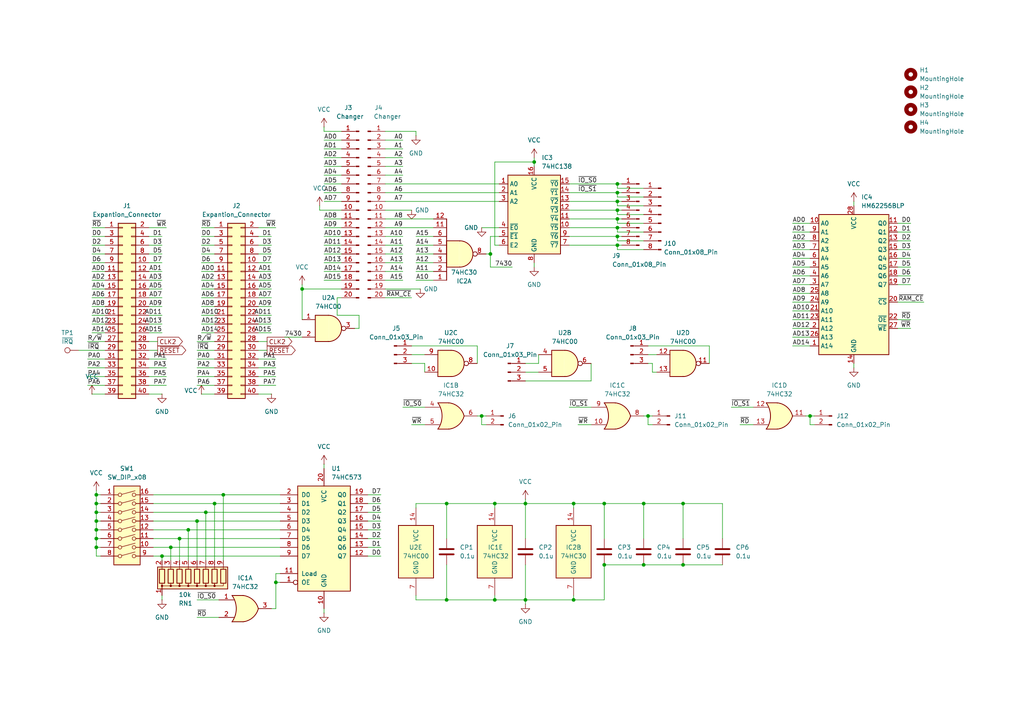
<source format=kicad_sch>
(kicad_sch (version 20250114) (generator "eeschema") (generator_version "9.0")
  (paper "A4")
  (title_block (title "HCx series memory board") (date "2025-11-04") (rev "Rev2.0"))
  (junction (at 129.54 173.99))
  (junction (at 166.37 173.99))
  (junction (at 198.12 146.05))
  (junction (at 175.26 163.83))
  (junction (at 179.07 53.34))
  (junction (at 27.94 146.05))
  (junction (at 179.07 55.88))
  (junction (at 27.94 153.67))
  (junction (at 175.26 146.05))
  (junction (at 52.07 156.21))
  (junction (at 179.07 60.96))
  (junction (at 27.94 143.51))
  (junction (at 152.4 173.99))
  (junction (at 27.94 151.13))
  (junction (at 143.51 173.99))
  (junction (at 142.24 73.66))
  (junction (at 179.07 63.5))
  (junction (at 186.69 163.83))
  (junction (at 57.15 151.13))
  (junction (at 152.4 146.05))
  (junction (at 49.53 158.75))
  (junction (at 179.07 71.12))
  (junction (at 54.61 153.67))
  (junction (at 139.7 120.65))
  (junction (at 234.95 120.65))
  (junction (at 187.96 120.65))
  (junction (at 179.07 66.04))
  (junction (at 87.63 83.82))
  (junction (at 186.69 146.05))
  (junction (at 143.51 146.05))
  (junction (at 129.54 146.05))
  (junction (at 179.07 58.42))
  (junction (at 198.12 163.83))
  (junction (at 179.07 68.58))
  (junction (at 154.94 46.99))
  (junction (at 46.99 161.29))
  (junction (at 64.77 143.51))
  (junction (at 27.94 158.75))
  (junction (at 59.69 148.59))
  (junction (at 62.23 146.05))
  (junction (at 80.01 168.91))
  (junction (at 27.94 156.21))
  (junction (at 166.37 146.05))
  (junction (at 27.94 148.59))
  (wire (pts (xy 229.87 72.39) (xy 234.95 72.39)))
  (wire (pts (xy 57.15 151.13) (xy 57.15 162.56)))
  (wire (pts (xy 142.24 68.58) (xy 144.78 68.58)))
  (wire (pts (xy 106.68 143.51) (xy 110.49 143.51)))
  (wire (pts (xy 92.71 60.96) (xy 99.06 60.96)))
  (wire (pts (xy 99.06 71.12) (xy 93.98 71.12)))
  (wire (pts (xy 57.15 173.99) (xy 63.5 173.99)))
  (wire (pts (xy 165.1 66.04) (xy 179.07 66.04)))
  (wire (pts (xy 82.55 97.79) (xy 87.63 97.79)))
  (wire (pts (xy 54.61 153.67) (xy 81.28 153.67)))
  (wire (pts (xy 138.43 120.65) (xy 139.7 120.65)))
  (wire (pts (xy 49.53 158.75) (xy 49.53 162.56)))
  (wire (pts (xy 27.94 148.59) (xy 27.94 151.13)))
  (wire (pts (xy 93.98 38.1) (xy 99.06 38.1)))
  (wire (pts (xy 175.26 173.99) (xy 175.26 163.83)))
  (wire (pts (xy 154.94 76.2) (xy 154.94 77.47)))
  (wire (pts (xy 106.68 146.05) (xy 110.49 146.05)))
  (wire (pts (xy 29.21 143.51) (xy 27.94 143.51)))
  (wire (pts (xy 62.23 104.14) (xy 57.15 104.14)))
  (wire (pts (xy 43.18 106.68) (xy 48.26 106.68)))
  (wire (pts (xy 186.69 163.83) (xy 198.12 163.83)))
  (wire (pts (xy 92.71 59.69) (xy 92.71 60.96)))
  (wire (pts (xy 62.23 111.76) (xy 57.15 111.76)))
  (wire (pts (xy 106.68 148.59) (xy 110.49 148.59)))
  (wire (pts (xy 74.93 81.28) (xy 78.74 81.28)))
  (wire (pts (xy 93.98 45.72) (xy 99.06 45.72)))
  (wire (pts (xy 93.98 43.18) (xy 99.06 43.18)))
  (wire (pts (xy 30.48 73.66) (xy 26.67 73.66)))
  (wire (pts (xy 43.18 109.22) (xy 48.26 109.22)))
  (wire (pts (xy 99.06 81.28) (xy 93.98 81.28)))
  (wire (pts (xy 99.06 50.8) (xy 93.98 50.8)))
  (wire (pts (xy 46.99 161.29) (xy 81.28 161.29)))
  (wire (pts (xy 111.76 76.2) (xy 116.84 76.2)))
  (wire (pts (xy 43.18 73.66) (xy 46.99 73.66)))
  (wire (pts (xy 156.21 105.41) (xy 156.21 102.87)))
  (wire (pts (xy 260.35 87.63) (xy 267.97 87.63)))
  (wire (pts (xy 179.07 60.96) (xy 179.07 62.23)))
  (wire (pts (xy 152.4 110.49) (xy 171.45 110.49)))
  (wire (pts (xy 120.65 173.99) (xy 129.54 173.99)))
  (wire (pts (xy 111.76 78.74) (xy 116.84 78.74)))
  (wire (pts (xy 80.01 166.37) (xy 80.01 168.91)))
  (wire (pts (xy 62.23 76.2) (xy 58.42 76.2)))
  (wire (pts (xy 44.45 148.59) (xy 59.69 148.59)))
  (wire (pts (xy 148.59 77.47) (xy 142.24 77.47)))
  (wire (pts (xy 43.18 71.12) (xy 46.99 71.12)))
  (wire (pts (xy 57.15 179.07) (xy 63.5 179.07)))
  (wire (pts (xy 120.65 146.05) (xy 129.54 146.05)))
  (wire (pts (xy 46.99 161.29) (xy 46.99 162.56)))
  (wire (pts (xy 234.95 90.17) (xy 229.87 90.17)))
  (wire (pts (xy 43.18 76.2) (xy 46.99 76.2)))
  (wire (pts (xy 58.42 114.3) (xy 62.23 114.3)))
  (wire (pts (xy 74.93 96.52) (xy 78.74 96.52)))
  (wire (pts (xy 152.4 146.05) (xy 166.37 146.05)))
  (wire (pts (xy 187.96 120.65) (xy 189.23 120.65)))
  (wire (pts (xy 111.76 68.58) (xy 116.84 68.58)))
  (wire (pts (xy 30.48 96.52) (xy 26.67 96.52)))
  (wire (pts (xy 186.69 146.05) (xy 198.12 146.05)))
  (wire (pts (xy 187.96 120.65) (xy 187.96 123.19)))
  (wire (pts (xy 106.68 151.13) (xy 110.49 151.13)))
  (wire (pts (xy 179.07 71.12) (xy 180.34 71.12)))
  (wire (pts (xy 119.38 105.41) (xy 123.19 105.41)))
  (wire (pts (xy 111.76 43.18) (xy 116.84 43.18)))
  (wire (pts (xy 154.94 45.72) (xy 154.94 46.99)))
  (wire (pts (xy 27.94 143.51) (xy 27.94 146.05)))
  (wire (pts (xy 167.64 123.19) (xy 171.45 123.19)))
  (wire (pts (xy 152.4 146.05) (xy 152.4 156.21)))
  (wire (pts (xy 58.42 66.04) (xy 62.23 66.04)))
  (wire (pts (xy 152.4 173.99) (xy 152.4 175.26)))
  (wire (pts (xy 152.4 105.41) (xy 156.21 105.41)))
  (wire (pts (xy 111.76 73.66) (xy 116.84 73.66)))
  (wire (pts (xy 198.12 163.83) (xy 209.55 163.83)))
  (wire (pts (xy 143.51 147.32) (xy 143.51 146.05)))
  (wire (pts (xy 30.48 68.58) (xy 26.67 68.58)))
  (wire (pts (xy 62.23 93.98) (xy 58.42 93.98)))
  (wire (pts (xy 93.98 48.26) (xy 99.06 48.26)))
  (wire (pts (xy 62.23 83.82) (xy 58.42 83.82)))
  (wire (pts (xy 111.76 60.96) (xy 119.38 60.96)))
  (wire (pts (xy 30.48 106.68) (xy 25.4 106.68)))
  (wire (pts (xy 26.67 114.3) (xy 30.48 114.3)))
  (wire (pts (xy 186.69 59.69) (xy 179.07 59.69)))
  (wire (pts (xy 166.37 173.99) (xy 166.37 172.72)))
  (wire (pts (xy 62.23 68.58) (xy 58.42 68.58)))
  (wire (pts (xy 99.06 68.58) (xy 93.98 68.58)))
  (wire (pts (xy 175.26 156.21) (xy 175.26 146.05)))
  (wire (pts (xy 175.26 163.83) (xy 186.69 163.83)))
  (wire (pts (xy 30.48 111.76) (xy 25.4 111.76)))
  (wire (pts (xy 229.87 67.31) (xy 234.95 67.31)))
  (wire (pts (xy 165.1 60.96) (xy 179.07 60.96)))
  (wire (pts (xy 30.48 86.36) (xy 26.67 86.36)))
  (wire (pts (xy 179.07 55.88) (xy 180.34 55.88)))
  (wire (pts (xy 187.96 123.19) (xy 189.23 123.19)))
  (wire (pts (xy 93.98 36.83) (xy 93.98 38.1)))
  (wire (pts (xy 152.4 144.78) (xy 152.4 146.05)))
  (wire (pts (xy 154.94 46.99) (xy 154.94 48.26)))
  (wire (pts (xy 74.93 86.36) (xy 78.74 86.36)))
  (wire (pts (xy 44.45 151.13) (xy 57.15 151.13)))
  (wire (pts (xy 186.69 64.77) (xy 179.07 64.77)))
  (wire (pts (xy 165.1 58.42) (xy 179.07 58.42)))
  (wire (pts (xy 260.35 92.71) (xy 264.16 92.71)))
  (wire (pts (xy 179.07 53.34) (xy 180.34 53.34)))
  (wire (pts (xy 260.35 69.85) (xy 264.16 69.85)))
  (wire (pts (xy 29.21 148.59) (xy 27.94 148.59)))
  (wire (pts (xy 43.18 88.9) (xy 46.99 88.9)))
  (wire (pts (xy 43.18 99.06) (xy 45.72 99.06)))
  (wire (pts (xy 57.15 101.6) (xy 62.23 101.6)))
  (wire (pts (xy 27.94 161.29) (xy 27.94 158.75)))
  (wire (pts (xy 189.23 107.95) (xy 190.5 107.95)))
  (wire (pts (xy 120.65 173.99) (xy 120.65 172.72)))
  (wire (pts (xy 111.76 71.12) (xy 116.84 71.12)))
  (wire (pts (xy 125.73 76.2) (xy 120.65 76.2)))
  (wire (pts (xy 179.07 71.12) (xy 179.07 72.39)))
  (wire (pts (xy 234.95 123.19) (xy 236.22 123.19)))
  (wire (pts (xy 52.07 156.21) (xy 81.28 156.21)))
  (wire (pts (xy 120.65 147.32) (xy 120.65 146.05)))
  (wire (pts (xy 74.93 99.06) (xy 77.47 99.06)))
  (wire (pts (xy 74.93 109.22) (xy 80.01 109.22)))
  (wire (pts (xy 166.37 173.99) (xy 175.26 173.99)))
  (wire (pts (xy 186.69 72.39) (xy 179.07 72.39)))
  (wire (pts (xy 171.45 110.49) (xy 171.45 105.41)))
  (wire (pts (xy 30.48 83.82) (xy 26.67 83.82)))
  (wire (pts (xy 179.07 58.42) (xy 179.07 59.69)))
  (wire (pts (xy 99.06 78.74) (xy 93.98 78.74)))
  (wire (pts (xy 104.14 91.44) (xy 97.79 91.44)))
  (wire (pts (xy 30.48 109.22) (xy 25.4 109.22)))
  (wire (pts (xy 143.51 146.05) (xy 152.4 146.05)))
  (wire (pts (xy 30.48 91.44) (xy 26.67 91.44)))
  (wire (pts (xy 62.23 146.05) (xy 81.28 146.05)))
  (wire (pts (xy 43.18 83.82) (xy 46.99 83.82)))
  (wire (pts (xy 143.51 46.99) (xy 154.94 46.99)))
  (wire (pts (xy 99.06 66.04) (xy 93.98 66.04)))
  (wire (pts (xy 233.68 120.65) (xy 234.95 120.65)))
  (wire (pts (xy 87.63 82.55) (xy 87.63 83.82)))
  (wire (pts (xy 234.95 74.93) (xy 229.87 74.93)))
  (wire (pts (xy 186.69 57.15) (xy 179.07 57.15)))
  (wire (pts (xy 123.19 105.41) (xy 123.19 107.95)))
  (wire (pts (xy 234.95 100.33) (xy 229.87 100.33)))
  (wire (pts (xy 125.73 71.12) (xy 120.65 71.12)))
  (wire (pts (xy 43.18 81.28) (xy 46.99 81.28)))
  (wire (pts (xy 139.7 120.65) (xy 139.7 123.19)))
  (wire (pts (xy 260.35 82.55) (xy 264.16 82.55)))
  (wire (pts (xy 138.43 100.33) (xy 138.43 105.41)))
  (wire (pts (xy 29.21 146.05) (xy 27.94 146.05)))
  (wire (pts (xy 125.73 68.58) (xy 120.65 68.58)))
  (wire (pts (xy 93.98 176.53) (xy 93.98 177.8)))
  (wire (pts (xy 111.76 66.04) (xy 125.73 66.04)))
  (wire (pts (xy 22.86 101.6) (xy 30.48 101.6)))
  (wire (pts (xy 260.35 74.93) (xy 264.16 74.93)))
  (wire (pts (xy 119.38 123.19) (xy 123.19 123.19)))
  (wire (pts (xy 74.93 88.9) (xy 78.74 88.9)))
  (wire (pts (xy 179.07 53.34) (xy 179.07 54.61)))
  (wire (pts (xy 59.69 148.59) (xy 81.28 148.59)))
  (wire (pts (xy 179.07 63.5) (xy 179.07 64.77)))
  (wire (pts (xy 74.93 73.66) (xy 78.74 73.66)))
  (wire (pts (xy 143.51 173.99) (xy 152.4 173.99)))
  (wire (pts (xy 97.79 86.36) (xy 99.06 86.36)))
  (wire (pts (xy 198.12 156.21) (xy 198.12 146.05)))
  (wire (pts (xy 44.45 156.21) (xy 52.07 156.21)))
  (wire (pts (xy 62.23 88.9) (xy 58.42 88.9)))
  (wire (pts (xy 234.95 120.65) (xy 236.22 120.65)))
  (wire (pts (xy 74.93 68.58) (xy 78.74 68.58)))
  (wire (pts (xy 111.76 86.36) (xy 119.38 86.36)))
  (wire (pts (xy 57.15 151.13) (xy 81.28 151.13)))
  (wire (pts (xy 81.28 166.37) (xy 80.01 166.37)))
  (wire (pts (xy 186.69 62.23) (xy 179.07 62.23)))
  (wire (pts (xy 179.07 68.58) (xy 179.07 69.85)))
  (wire (pts (xy 143.51 46.99) (xy 143.51 71.12)))
  (wire (pts (xy 234.95 82.55) (xy 229.87 82.55)))
  (wire (pts (xy 186.69 156.21) (xy 186.69 146.05)))
  (wire (pts (xy 27.94 156.21) (xy 27.94 158.75)))
  (wire (pts (xy 44.45 143.51) (xy 64.77 143.51)))
  (wire (pts (xy 44.45 161.29) (xy 46.99 161.29)))
  (wire (pts (xy 111.76 83.82) (xy 121.92 83.82)))
  (wire (pts (xy 111.76 55.88) (xy 144.78 55.88)))
  (wire (pts (xy 62.23 71.12) (xy 58.42 71.12)))
  (wire (pts (xy 111.76 45.72) (xy 116.84 45.72)))
  (wire (pts (xy 234.95 95.25) (xy 229.87 95.25)))
  (wire (pts (xy 120.65 38.1) (xy 111.76 38.1)))
  (wire (pts (xy 93.98 134.62) (xy 93.98 135.89)))
  (wire (pts (xy 27.94 142.24) (xy 27.94 143.51)))
  (wire (pts (xy 260.35 72.39) (xy 264.16 72.39)))
  (wire (pts (xy 43.18 111.76) (xy 48.26 111.76)))
  (wire (pts (xy 212.09 118.11) (xy 218.44 118.11)))
  (wire (pts (xy 74.93 101.6) (xy 77.47 101.6)))
  (wire (pts (xy 234.95 97.79) (xy 229.87 97.79)))
  (wire (pts (xy 125.73 73.66) (xy 120.65 73.66)))
  (wire (pts (xy 30.48 81.28) (xy 26.67 81.28)))
  (wire (pts (xy 59.69 148.59) (xy 59.69 162.56)))
  (wire (pts (xy 165.1 55.88) (xy 179.07 55.88)))
  (wire (pts (xy 106.68 161.29) (xy 110.49 161.29)))
  (wire (pts (xy 64.77 143.51) (xy 64.77 162.56)))
  (wire (pts (xy 143.51 173.99) (xy 129.54 173.99)))
  (wire (pts (xy 64.77 143.51) (xy 81.28 143.51)))
  (wire (pts (xy 260.35 64.77) (xy 264.16 64.77)))
  (wire (pts (xy 87.63 83.82) (xy 99.06 83.82)))
  (wire (pts (xy 74.93 76.2) (xy 78.74 76.2)))
  (wire (pts (xy 186.69 120.65) (xy 187.96 120.65)))
  (wire (pts (xy 43.18 114.3) (xy 46.99 114.3)))
  (wire (pts (xy 62.23 81.28) (xy 58.42 81.28)))
  (wire (pts (xy 179.07 63.5) (xy 180.34 63.5)))
  (wire (pts (xy 187.96 105.41) (xy 189.23 105.41)))
  (wire (pts (xy 186.69 54.61) (xy 179.07 54.61)))
  (wire (pts (xy 99.06 73.66) (xy 93.98 73.66)))
  (wire (pts (xy 179.07 68.58) (xy 180.34 68.58)))
  (wire (pts (xy 165.1 63.5) (xy 179.07 63.5)))
  (wire (pts (xy 234.95 85.09) (xy 229.87 85.09)))
  (wire (pts (xy 102.87 95.25) (xy 104.14 95.25)))
  (wire (pts (xy 93.98 40.64) (xy 99.06 40.64)))
  (wire (pts (xy 43.18 68.58) (xy 46.99 68.58)))
  (wire (pts (xy 229.87 64.77) (xy 234.95 64.77)))
  (wire (pts (xy 175.26 146.05) (xy 166.37 146.05)))
  (wire (pts (xy 129.54 146.05) (xy 143.51 146.05)))
  (wire (pts (xy 165.1 118.11) (xy 171.45 118.11)))
  (wire (pts (xy 139.7 66.04) (xy 144.78 66.04)))
  (wire (pts (xy 111.76 81.28) (xy 116.84 81.28)))
  (wire (pts (xy 43.18 91.44) (xy 46.99 91.44)))
  (wire (pts (xy 29.21 151.13) (xy 27.94 151.13)))
  (wire (pts (xy 74.93 114.3) (xy 78.74 114.3)))
  (wire (pts (xy 186.69 69.85) (xy 179.07 69.85)))
  (wire (pts (xy 27.94 146.05) (xy 27.94 148.59)))
  (wire (pts (xy 106.68 153.67) (xy 110.49 153.67)))
  (wire (pts (xy 44.45 158.75) (xy 49.53 158.75)))
  (wire (pts (xy 44.45 146.05) (xy 62.23 146.05)))
  (wire (pts (xy 198.12 146.05) (xy 209.55 146.05)))
  (wire (pts (xy 43.18 78.74) (xy 46.99 78.74)))
  (wire (pts (xy 152.4 163.83) (xy 152.4 173.99)))
  (wire (pts (xy 74.93 78.74) (xy 78.74 78.74)))
  (wire (pts (xy 260.35 67.31) (xy 264.16 67.31)))
  (wire (pts (xy 260.35 80.01) (xy 264.16 80.01)))
  (wire (pts (xy 62.23 91.44) (xy 58.42 91.44)))
  (wire (pts (xy 111.76 53.34) (xy 144.78 53.34)))
  (wire (pts (xy 99.06 53.34) (xy 93.98 53.34)))
  (wire (pts (xy 43.18 93.98) (xy 46.99 93.98)))
  (wire (pts (xy 187.96 100.33) (xy 205.74 100.33)))
  (wire (pts (xy 209.55 156.21) (xy 209.55 146.05)))
  (wire (pts (xy 260.35 77.47) (xy 264.16 77.47)))
  (wire (pts (xy 165.1 71.12) (xy 179.07 71.12)))
  (wire (pts (xy 52.07 156.21) (xy 52.07 162.56)))
  (wire (pts (xy 142.24 73.66) (xy 140.97 73.66)))
  (wire (pts (xy 234.95 120.65) (xy 234.95 123.19)))
  (wire (pts (xy 179.07 66.04) (xy 180.34 66.04)))
  (wire (pts (xy 26.67 66.04) (xy 30.48 66.04)))
  (wire (pts (xy 234.95 87.63) (xy 229.87 87.63)))
  (wire (pts (xy 74.93 91.44) (xy 78.74 91.44)))
  (wire (pts (xy 129.54 156.21) (xy 129.54 146.05)))
  (wire (pts (xy 111.76 48.26) (xy 116.84 48.26)))
  (wire (pts (xy 234.95 80.01) (xy 229.87 80.01)))
  (wire (pts (xy 106.68 158.75) (xy 110.49 158.75)))
  (wire (pts (xy 179.07 55.88) (xy 179.07 57.15)))
  (wire (pts (xy 29.21 153.67) (xy 27.94 153.67)))
  (wire (pts (xy 247.65 105.41) (xy 247.65 106.68)))
  (wire (pts (xy 189.23 105.41) (xy 189.23 107.95)))
  (wire (pts (xy 143.51 173.99) (xy 143.51 172.72)))
  (wire (pts (xy 62.23 78.74) (xy 58.42 78.74)))
  (wire (pts (xy 78.74 176.53) (xy 80.01 176.53)))
  (wire (pts (xy 179.07 58.42) (xy 180.34 58.42)))
  (wire (pts (xy 62.23 146.05) (xy 62.23 162.56)))
  (wire (pts (xy 111.76 63.5) (xy 125.73 63.5)))
  (wire (pts (xy 247.65 58.42) (xy 247.65 59.69)))
  (wire (pts (xy 30.48 104.14) (xy 25.4 104.14)))
  (wire (pts (xy 104.14 95.25) (xy 104.14 91.44)))
  (wire (pts (xy 187.96 102.87) (xy 190.5 102.87)))
  (wire (pts (xy 80.01 176.53) (xy 80.01 168.91)))
  (wire (pts (xy 111.76 58.42) (xy 144.78 58.42)))
  (wire (pts (xy 30.48 93.98) (xy 26.67 93.98)))
  (wire (pts (xy 43.18 101.6) (xy 45.72 101.6)))
  (wire (pts (xy 46.99 172.72) (xy 46.99 173.99)))
  (wire (pts (xy 111.76 50.8) (xy 116.84 50.8)))
  (wire (pts (xy 142.24 73.66) (xy 142.24 68.58)))
  (wire (pts (xy 120.65 39.37) (xy 120.65 38.1)))
  (wire (pts (xy 62.23 73.66) (xy 58.42 73.66)))
  (wire (pts (xy 99.06 55.88) (xy 93.98 55.88)))
  (wire (pts (xy 152.4 173.99) (xy 166.37 173.99)))
  (wire (pts (xy 97.79 91.44) (xy 97.79 86.36)))
  (wire (pts (xy 186.69 67.31) (xy 179.07 67.31)))
  (wire (pts (xy 30.48 88.9) (xy 26.67 88.9)))
  (wire (pts (xy 62.23 96.52) (xy 58.42 96.52)))
  (wire (pts (xy 260.35 95.25) (xy 264.16 95.25)))
  (wire (pts (xy 99.06 76.2) (xy 93.98 76.2)))
  (wire (pts (xy 74.93 83.82) (xy 78.74 83.82)))
  (wire (pts (xy 43.18 104.14) (xy 48.26 104.14)))
  (wire (pts (xy 165.1 68.58) (xy 179.07 68.58)))
  (wire (pts (xy 142.24 77.47) (xy 142.24 73.66)))
  (wire (pts (xy 166.37 146.05) (xy 166.37 147.32)))
  (wire (pts (xy 74.93 93.98) (xy 78.74 93.98)))
  (wire (pts (xy 80.01 168.91) (xy 81.28 168.91)))
  (wire (pts (xy 30.48 78.74) (xy 26.67 78.74)))
  (wire (pts (xy 25.4 99.06) (xy 30.48 99.06)))
  (wire (pts (xy 62.23 106.68) (xy 57.15 106.68)))
  (wire (pts (xy 99.06 58.42) (xy 93.98 58.42)))
  (wire (pts (xy 139.7 120.65) (xy 140.97 120.65)))
  (wire (pts (xy 29.21 161.29) (xy 27.94 161.29)))
  (wire (pts (xy 179.07 66.04) (xy 179.07 67.31)))
  (wire (pts (xy 229.87 69.85) (xy 234.95 69.85)))
  (wire (pts (xy 129.54 163.83) (xy 129.54 173.99)))
  (wire (pts (xy 29.21 158.75) (xy 27.94 158.75)))
  (wire (pts (xy 43.18 86.36) (xy 46.99 86.36)))
  (wire (pts (xy 87.63 83.82) (xy 87.63 92.71)))
  (wire (pts (xy 27.94 151.13) (xy 27.94 153.67)))
  (wire (pts (xy 30.48 76.2) (xy 26.67 76.2)))
  (wire (pts (xy 119.38 102.87) (xy 123.19 102.87)))
  (wire (pts (xy 152.4 107.95) (xy 156.21 107.95)))
  (wire (pts (xy 144.78 71.12) (xy 143.51 71.12)))
  (wire (pts (xy 139.7 123.19) (xy 140.97 123.19)))
  (wire (pts (xy 125.73 78.74) (xy 120.65 78.74)))
  (wire (pts (xy 43.18 66.04) (xy 48.26 66.04)))
  (wire (pts (xy 54.61 153.67) (xy 54.61 162.56)))
  (wire (pts (xy 106.68 156.21) (xy 110.49 156.21)))
  (wire (pts (xy 74.93 71.12) (xy 78.74 71.12)))
  (wire (pts (xy 29.21 156.21) (xy 27.94 156.21)))
  (wire (pts (xy 30.48 71.12) (xy 26.67 71.12)))
  (wire (pts (xy 119.38 100.33) (xy 138.43 100.33)))
  (wire (pts (xy 44.45 153.67) (xy 54.61 153.67)))
  (wire (pts (xy 62.23 86.36) (xy 58.42 86.36)))
  (wire (pts (xy 116.84 118.11) (xy 123.19 118.11)))
  (wire (pts (xy 125.73 81.28) (xy 120.65 81.28)))
  (wire (pts (xy 175.26 146.05) (xy 186.69 146.05)))
  (wire (pts (xy 165.1 53.34) (xy 179.07 53.34)))
  (wire (pts (xy 111.76 40.64) (xy 116.84 40.64)))
  (wire (pts (xy 57.15 99.06) (xy 62.23 99.06)))
  (wire (pts (xy 27.94 153.67) (xy 27.94 156.21)))
  (wire (pts (xy 74.93 111.76) (xy 80.01 111.76)))
  (wire (pts (xy 234.95 77.47) (xy 229.87 77.47)))
  (wire (pts (xy 205.74 100.33) (xy 205.74 105.41)))
  (wire (pts (xy 43.18 96.52) (xy 46.99 96.52)))
  (wire (pts (xy 214.63 123.19) (xy 218.44 123.19)))
  (wire (pts (xy 179.07 60.96) (xy 180.34 60.96)))
  (wire (pts (xy 234.95 92.71) (xy 229.87 92.71)))
  (wire (pts (xy 74.93 66.04) (xy 80.01 66.04)))
  (wire (pts (xy 62.23 109.22) (xy 57.15 109.22)))
  (wire (pts (xy 74.93 104.14) (xy 80.01 104.14)))
  (wire (pts (xy 49.53 158.75) (xy 81.28 158.75)))
  (wire (pts (xy 74.93 106.68) (xy 80.01 106.68)))
  (wire (pts (xy 99.06 63.5) (xy 93.98 63.5)))
  (label "PA6" (at 25.4 111.76 0))
  (label "A0" (at 116.84 40.64 180))
  (label "R{slash}~{W}" (at 57.15 99.06 0))
  (label "PA5" (at 48.26 109.22 180))
  (label "A3" (at 116.84 48.26 180))
  (label "R{slash}~{W}" (at 25.4 99.06 0))
  (label "~{WR}" (at 167.64 123.19 0))
  (label "AD3" (at 46.99 81.28 180))
  (label "AD8" (at 26.67 88.9 0))
  (label "A11" (at 116.84 71.12 180))
  (label "D0" (at 264.16 64.77 180))
  (label "AD3" (at 78.74 81.28 180))
  (label "PA6" (at 57.15 111.76 0))
  (label "A6" (at 116.84 55.88 180))
  (label "~{IRQ}" (at 57.15 101.6 0))
  (label "~{RAM_CE}" (at 267.97 87.63 180))
  (label "AD12" (at 26.67 93.98 0))
  (label "AD1" (at 46.99 78.74 180))
  (label "AD2" (at 93.98 45.72 0))
  (label "AD11" (at 46.99 91.44 180))
  (label "AD15" (at 93.98 81.28 0))
  (label "D3" (at 78.74 71.12 180))
  (label "D6" (at 264.16 80.01 180))
  (label "A1" (at 116.84 43.18 180))
  (label "D5" (at 264.16 77.47 180))
  (label "AD3" (at 93.98 48.26 0))
  (label "AD13" (at 93.98 76.2 0))
  (label "AD5" (at 46.99 83.82 180))
  (label "D0" (at 58.42 68.58 0))
  (label "A8" (at 116.84 63.5 180))
  (label "PA4" (at 57.15 109.22 0))
  (label "AD11" (at 78.74 91.44 180))
  (label "PA5" (at 80.01 109.22 180))
  (label "AD4" (at 93.98 50.8 0))
  (label "D5" (at 78.74 73.66 180))
  (label "D4" (at 110.49 151.13 180))
  (label "A13" (at 120.65 73.66 0))
  (label "AD3" (at 229.87 72.39 0))
  (label "PA7" (at 48.26 111.76 180))
  (label "PA0" (at 25.4 104.14 0))
  (label "AD13" (at 46.99 93.98 180))
  (label "A9" (at 116.84 66.04 180))
  (label "AD12" (at 229.87 95.25 0))
  (label "AD9" (at 46.99 88.9 180))
  (label "~{RD}" (at 58.42 66.04 0))
  (label "A14" (at 116.84 78.74 180))
  (label "PA4" (at 25.4 109.22 0))
  (label "AD6" (at 58.42 86.36 0))
  (label "D4" (at 264.16 74.93 180))
  (label "D4" (at 26.67 73.66 0))
  (label "D0" (at 26.67 68.58 0))
  (label "PA3" (at 48.26 106.68 180))
  (label "AD6" (at 229.87 80.01 0))
  (label "AD5" (at 229.87 77.47 0))
  (label "AD10" (at 58.42 91.44 0))
  (label "AD12" (at 93.98 73.66 0))
  (label "A10" (at 120.65 81.28 0))
  (label "D5" (at 46.99 73.66 180))
  (label "AD7" (at 229.87 82.55 0))
  (label "~{RD}" (at 26.67 66.04 0))
  (label "AD14" (at 26.67 96.52 0))
  (label "AD14" (at 93.98 78.74 0))
  (label "~{RD}" (at 264.16 92.71 180))
  (label "PA2" (at 57.15 106.68 0))
  (label "D6" (at 58.42 76.2 0))
  (label "AD6" (at 93.98 55.88 0))
  (label "7430" (at 82.55 97.79 0))
  (label "AD7" (at 46.99 86.36 180))
  (label "AD6" (at 26.67 86.36 0))
  (label "D1" (at 78.74 68.58 180))
  (label "AD10" (at 229.87 90.17 0))
  (label "D2" (at 110.49 156.21 180))
  (label "D2" (at 264.16 69.85 180))
  (label "D7" (at 46.99 76.2 180))
  (label "D3" (at 264.16 72.39 180))
  (label "AD5" (at 93.98 53.34 0))
  (label "~{RD}" (at 214.63 123.19 0))
  (label "AD0" (at 229.87 64.77 0))
  (label "D6" (at 26.67 76.2 0))
  (label "AD2" (at 26.67 81.28 0))
  (label "AD13" (at 229.87 97.79 0))
  (label "AD10" (at 93.98 68.58 0))
  (label "A7" (at 116.84 58.42 180))
  (label "AD14" (at 229.87 100.33 0))
  (label "AD4" (at 58.42 83.82 0))
  (label "AD13" (at 78.74 93.98 180))
  (label "A15" (at 120.65 68.58 0))
  (label "~{WR}" (at 264.16 95.25 180))
  (label "AD11" (at 229.87 92.71 0))
  (label "AD8" (at 58.42 88.9 0))
  (label "A11" (at 120.65 78.74 0))
  (label "PA3" (at 80.01 106.68 180))
  (label "~{RAM_CE}" (at 119.38 86.36 180))
  (label "AD2" (at 58.42 81.28 0))
  (label "A13" (at 116.84 76.2 180))
  (label "AD4" (at 229.87 74.93 0))
  (label "~{IO_S0}" (at 57.15 173.99 0))
  (label "D1" (at 46.99 68.58 180))
  (label "AD7" (at 93.98 58.42 0))
  (label "AD0" (at 58.42 78.74 0))
  (label "D3" (at 46.99 71.12 180))
  (label "AD5" (at 78.74 83.82 180))
  (label "AD9" (at 229.87 87.63 0))
  (label "AD1" (at 78.74 78.74 180))
  (label "D5" (at 110.49 148.59 180))
  (label "~{WR}" (at 119.38 123.19 0))
  (label "AD7" (at 78.74 86.36 180))
  (label "PA1" (at 80.01 104.14 180))
  (label "~{IO_S0}" (at 167.64 53.34 0))
  (label "A12" (at 120.65 76.2 0))
  (label "AD15" (at 46.99 96.52 180))
  (label "AD14" (at 58.42 96.52 0))
  (label "D4" (at 58.42 73.66 0))
  (label "AD12" (at 58.42 93.98 0))
  (label "PA0" (at 57.15 104.14 0))
  (label "D2" (at 58.42 71.12 0))
  (label "AD9" (at 78.74 88.9 180))
  (label "AD8" (at 229.87 85.09 0))
  (label "7430" (at 148.59 77.47 180))
  (label "~{IO_S1}" (at 165.1 118.11 0))
  (label "D7" (at 110.49 143.51 180))
  (label "AD1" (at 93.98 43.18 0))
  (label "AD8" (at 93.98 63.5 0))
  (label "~{WR}" (at 48.26 66.04 180))
  (label "~{IRQ}" (at 25.4 101.6 0))
  (label "AD15" (at 78.74 96.52 180))
  (label "AD10" (at 26.67 91.44 0))
  (label "PA7" (at 80.01 111.76 180))
  (label "AD2" (at 229.87 69.85 0))
  (label "D1" (at 110.49 158.75 180))
  (label "AD11" (at 93.98 71.12 0))
  (label "~{RD}" (at 57.15 179.07 0))
  (label "A10" (at 116.84 68.58 180))
  (label "~{IO_S0}" (at 116.84 118.11 0))
  (label "A12" (at 116.84 73.66 180))
  (label "~{IO_S1}" (at 212.09 118.11 0))
  (label "A2" (at 116.84 45.72 180))
  (label "D1" (at 264.16 67.31 180))
  (label "AD1" (at 229.87 67.31 0))
  (label "A14" (at 120.65 71.12 0))
  (label "PA2" (at 25.4 106.68 0))
  (label "AD0" (at 93.98 40.64 0))
  (label "AD0" (at 26.67 78.74 0))
  (label "D7" (at 78.74 76.2 180))
  (label "D6" (at 110.49 146.05 180))
  (label "A15" (at 116.84 81.28 180))
  (label "D3" (at 110.49 153.67 180))
  (label "A5" (at 116.84 53.34 180))
  (label "AD4" (at 26.67 83.82 0))
  (label "D2" (at 26.67 71.12 0))
  (label "A4" (at 116.84 50.8 180))
  (label "D0" (at 110.49 161.29 180))
  (label "AD9" (at 93.98 66.04 0))
  (label "~{WR}" (at 80.01 66.04 180))
  (label "PA1" (at 48.26 104.14 180))
  (label "D7" (at 264.16 82.55 180))
  (label "~{IO_S1}" (at 167.64 55.88 0))
  (global_label "CLK2" (shape output) (at 77.47 99.06 0) (property "Intersheetrefs" "${INTERSHEET_REFS}" (effects (hide yes))))
  (global_label "CLK2" (shape output) (at 45.72 99.06 0) (property "Intersheetrefs" "${INTERSHEET_REFS}" (effects (hide yes))))
  (global_label "~{RESET}" (shape output) (at 77.47 101.6 0) (property "Intersheetrefs" "${INTERSHEET_REFS}" (effects (hide yes))))
  (global_label "~{RESET}" (shape output) (at 45.72 101.6 0) (property "Intersheetrefs" "${INTERSHEET_REFS}" (effects (hide yes))))
  (symbol (lib_id "power:GND") (at 78.74 114.3 0) (unit 1)
    (property "Reference" "#PWR06" (effects (hide yes)))
    (property "Value" "GND" (at 78.74 119.38 0))
    (property "Description" "Power symbol creates a global label with name \"GND\" , ground" (effects (hide yes)))
  )
  (symbol (lib_id "power:GND") (at 119.38 60.96 0) (unit 1)
    (property "Reference" "#PWR012" (effects (hide yes)))
    (property "Value" "GND" (at 122.428 60.96 0))
    (property "Description" "Power symbol creates a global label with name \"GND\" , ground" (effects (hide yes)))
  )
  (symbol (lib_id "power:GND") (at 121.92 83.82 0) (unit 1)
    (property "Reference" "#PWR014" (effects (hide yes)))
    (property "Value" "GND" (at 124.968 83.82 0))
    (property "Description" "Power symbol creates a global label with name \"GND\" , ground" (effects (hide yes)))
  )
  (symbol (lib_id "power:GND") (at 152.4 175.26 0) (unit 1)
    (property "Reference" "#PWR016" (effects (hide yes)))
    (property "Value" "GND" (at 152.4 180.34 0))
    (property "Description" "Power symbol creates a global label with name \"GND\" , ground" (effects (hide yes)))
  )
  (symbol (lib_id "74xx_2:74HC138") (at 154.94 63.5 0) (unit 1)
    (property "Reference" "IC3" (at 157.0833 45.72 0) (effects (justify left)))
    (property "Value" "74HC138" (at 157.0833 48.26 0) (effects (justify left)))
    (property "Footprint" "Package_DIP:DIP-16_W7.62mm" (effects (hide yes)))
    (property "Datasheet" "http://www.ti.com/lit/ds/symlink/cd74hc238.pdf" (effects (hide yes)))
    (property "Description" "3-to-8 line decoder/multiplexer inverting, DIP-16/SOIC-16/SSOP-16" (effects (hide yes)))
  )
  (symbol (lib_id "power:VCC") (at 87.63 82.55 0) (unit 1)
    (property "Reference" "#PWR07" (effects (hide yes)))
    (property "Value" "VCC" (at 87.63 77.47 0))
    (property "Description" "Power symbol creates a global label with name \"VCC\"" (effects (hide yes)))
  )
  (symbol (lib_id "power:VCC") (at 154.94 45.72 0) (unit 1)
    (property "Reference" "#PWR017" (effects (hide yes)))
    (property "Value" "VCC" (at 154.94 40.64 0))
    (property "Description" "Power symbol creates a global label with name \"VCC\"" (effects (hide yes)))
  )
  (symbol (lib_id "Connector:Conn_01x03_Pin") (at 182.88 102.87 0) (unit 1)
    (property "Reference" "J8" (at 183.515 95.25 0))
    (property "Value" "Conn_01x03_Pin" (at 183.515 97.79 0))
    (property "Footprint" "Connector_PinSocket_2.54mm:PinSocket_1x03_P2.54mm_Vertical" (effects (hide yes)))
    (property "Description" "Generic connector, single row, 01x03, script generated" (effects (hide yes)))
  )
  (symbol (lib_id "74xx:74HC00") (at 198.12 105.41 0) (unit 4)
    (property "Reference" "U2" (at 198.1117 96.52 0))
    (property "Value" "74HC00" (at 198.1117 99.06 0))
    (property "Footprint" "Package_DIP:DIP-14_W7.62mm" (effects (hide yes)))
    (property "Datasheet" "http://www.ti.com/lit/gpn/sn74hc00" (effects (hide yes)))
    (property "Description" "quad 2-input NAND gate" (effects (hide yes)))
  )
  (symbol (lib_id "power:GND") (at 154.94 77.47 0) (unit 1)
    (property "Reference" "#PWR018" (effects (hide yes)))
    (property "Value" "GND" (at 154.94 82.55 0))
    (property "Description" "Power symbol creates a global label with name \"GND\" , ground" (effects (hide yes)))
  )
  (symbol (lib_id "Device2:C_Bypass") (at 152.4 160.02 0) (unit 1)
    (property "Reference" "CP2" (at 156.21 158.7499 0) (effects (justify left)))
    (property "Value" "0.1u" (at 156.21 161.2899 0) (effects (justify left)))
    (property "Footprint" "Capacitor_THT:C_Disc_D3.0mm_W1.6mm_P2.50mm" (effects (hide yes)))
    (property "Description" "Bypass Capacitor" (effects (hide yes)))
  )
  (symbol (lib_id "Mechanical:MountingHole") (at 264.16 21.59 0) (unit 1) (in_bom no)
    (property "Reference" "H1" (at 266.7 20.3199 0) (effects (justify left)))
    (property "Value" "MountingHole" (at 266.7 22.8599 0) (effects (justify left)))
    (property "Footprint" "MountingHole:MountingHole_3.2mm_M3" (effects (hide yes)))
    (property "Description" "Mounting Hole without connection" (effects (hide yes)))
  )
  (symbol (lib_id "74xx_2:74HC32") (at 130.81 120.65 0) (unit 2)
    (property "Reference" "IC1" (at 130.81 111.76 0))
    (property "Value" "74HC32" (at 130.81 114.3 0))
    (property "Footprint" "Package_DIP:DIP-14_W7.62mm" (effects (hide yes)))
    (property "Datasheet" "http://www.ti.com/lit/gpn/sn74LS32" (effects (hide yes)))
    (property "Description" "Quad 2-input OR" (effects (hide yes)))
  )
  (symbol (lib_id "Connector:Conn_01x03_Pin") (at 114.3 102.87 0) (unit 1)
    (property "Reference" "J5" (at 114.935 95.25 0))
    (property "Value" "Conn_01x03_Pin" (at 114.935 97.79 0))
    (property "Footprint" "Connector_PinSocket_2.54mm:PinSocket_1x03_P2.54mm_Vertical" (effects (hide yes)))
    (property "Description" "Generic connector, single row, 01x03, script generated" (effects (hide yes)))
  )
  (symbol (lib_id "74xx:74HC00") (at 120.65 160.02 0) (unit 5)
    (property "Reference" "U2" (at 118.618 158.75 0) (effects (justify left)))
    (property "Value" "74HC00" (at 116.84 161.29 0) (effects (justify left)))
    (property "Footprint" "Package_DIP:DIP-14_W7.62mm" (effects (hide yes)))
    (property "Datasheet" "http://www.ti.com/lit/gpn/sn74hc00" (effects (hide yes)))
    (property "Description" "quad 2-input NAND gate" (effects (hide yes)))
  )
  (symbol (lib_id "power:VCC") (at 27.94 142.24 0) (unit 1)
    (property "Reference" "#PWR02" (effects (hide yes)))
    (property "Value" "VCC" (at 27.94 137.16 0))
    (property "Description" "Power symbol creates a global label with name \"VCC\"" (effects (hide yes)))
  )
  (symbol (lib_id "power:VCC") (at 247.65 58.42 0) (unit 1)
    (property "Reference" "#PWR019" (effects (hide yes)))
    (property "Value" "VCC" (at 247.65 53.34 0))
    (property "Description" "Power symbol creates a global label with name \"VCC\"" (effects (hide yes)))
  )
  (symbol (lib_id "power:VCC") (at 152.4 144.78 0) (unit 1)
    (property "Reference" "#PWR015" (effects (hide yes)))
    (property "Value" "VCC" (at 152.4 139.7 0))
    (property "Description" "Power symbol creates a global label with name \"VCC\"" (effects (hide yes)))
  )
  (symbol (lib_id "Connector:Conn_01x02_Pin") (at 241.3 120.65 0) (mirror y) (unit 1)
    (property "Reference" "J12" (at 242.57 120.6499 0) (effects (justify right)))
    (property "Value" "Conn_01x02_Pin" (at 242.57 123.1899 0) (effects (justify right)))
    (property "Footprint" "Connector_PinHeader_2.54mm:PinHeader_1x02_P2.54mm_Vertical" (effects (hide yes)))
    (property "Description" "Generic connector, single row, 01x02, script generated" (effects (hide yes)))
  )
  (symbol (lib_id "Connector_Generic:Conn_02x20_Odd_Even") (at 35.56 88.9 0) (unit 1)
    (property "Reference" "J1" (at 36.83 59.69 0))
    (property "Value" "Expantion_Connector" (at 36.83 62.23 0))
    (property "Footprint" "Connector_PinHeader_2.54mm:PinHeader_2x20_P2.54mm_Vertical" (effects (hide yes)))
    (property "Description" "Generic connector, double row, 02x20, odd/even pin numbering scheme (row 1 odd numbers, row 2 even numbers), script generated (kicad-library-utils/schlib/autogen/connector/)" (effects (hide yes)))
  )
  (symbol (lib_id "Connector:Conn_01x08_Pin") (at 185.42 60.96 0) (mirror y) (unit 1)
    (property "Reference" "J9" (at 177.546 74.168 0) (effects (justify right)))
    (property "Value" "Conn_01x08_Pin" (at 177.546 76.708 0) (effects (justify right)))
    (property "Footprint" "Connector_PinHeader_2.54mm:PinHeader_1x08_P2.54mm_Vertical" (effects (hide yes)))
    (property "Description" "Generic connector, single row, 01x08, script generated" (effects (hide yes)))
  )
  (symbol (lib_id "Device2:C_Bypass") (at 175.26 160.02 0) (unit 1)
    (property "Reference" "CP3" (at 179.07 158.7499 0) (effects (justify left)))
    (property "Value" "0.1u" (at 179.07 161.2899 0) (effects (justify left)))
    (property "Footprint" "Capacitor_THT:C_Disc_D3.0mm_W1.6mm_P2.50mm" (effects (hide yes)))
    (property "Description" "Bypass Capacitor" (effects (hide yes)))
  )
  (symbol (lib_id "Mechanical:MountingHole") (at 264.16 31.75 0) (unit 1) (in_bom no)
    (property "Reference" "H3" (at 266.7 30.4799 0) (effects (justify left)))
    (property "Value" "MountingHole" (at 266.7 33.0199 0) (effects (justify left)))
    (property "Footprint" "MountingHole:MountingHole_3.2mm_M3" (effects (hide yes)))
    (property "Description" "Mounting Hole without connection" (effects (hide yes)))
  )
  (symbol (lib_id "74xx_2:74HC30") (at 133.35 73.66 0) (mirror x) (unit 1)
    (property "Reference" "IC2" (at 134.62 81.534 0))
    (property "Value" "74HC30" (at 134.62 78.994 0))
    (property "Footprint" "Package_DIP:DIP-14_W7.62mm" (effects (hide yes)))
    (property "Datasheet" "https://www.ti.com/lit/ds/symlink/cd74hc30.pdf?ts=1704693560763&ref_url=https%253A%252F%252Fwww.ti.com%252Fproduct%252Fja-jp%252FCD74HC30" (effects (hide yes)))
    (property "Description" "8-input NAND" (effects (hide yes)))
    (property "Sim.Library" "74hc.lib" (effects (hide yes)))
    (property "Sim.Name" "74HC30" (effects (hide yes)))
    (property "Sim.Device" "SUBCKT" (effects (hide yes)))
    (property "Sim.Pins" "1=A 2=B 3=C 4=D 5=E 6=F 7=G 8=H 11=VGND" (effects (hide yes)))
  )
  (symbol (lib_id "Connector:Conn_01x20_Pin") (at 106.68 60.96 0) (unit 1)
    (property "Reference" "J4" (at 110.998 31.242 0) (effects (justify right)))
    (property "Value" "Changer" (at 116.332 33.782 0) (effects (justify right)))
    (property "Footprint" "Connector_PinSocket_2.54mm:PinSocket_1x20_P2.54mm_Vertical" (effects (hide yes)))
    (property "Description" "Generic connector, single row, 01x20, script generated" (effects (hide yes)))
  )
  (symbol (lib_id "power:VCC") (at 93.98 134.62 0) (unit 1)
    (property "Reference" "#PWR010" (effects (hide yes)))
    (property "Value" "VCC" (at 93.98 129.54 0))
    (property "Description" "Power symbol creates a global label with name \"VCC\"" (effects (hide yes)))
  )
  (symbol (lib_id "Connector:Conn_01x03_Pin") (at 147.32 107.95 0) (unit 1)
    (property "Reference" "J7" (at 147.955 100.33 0))
    (property "Value" "Conn_01x03_Pin" (at 147.955 102.87 0))
    (property "Footprint" "Connector_PinSocket_2.54mm:PinSocket_1x03_P2.54mm_Vertical" (effects (hide yes)))
    (property "Description" "Generic connector, single row, 01x03, script generated" (effects (hide yes)))
  )
  (symbol (lib_id "74xx_2:74HC32") (at 71.12 176.53 0) (unit 1)
    (property "Reference" "IC1" (at 71.12 167.64 0))
    (property "Value" "74HC32" (at 71.12 170.18 0))
    (property "Footprint" "Package_DIP:DIP-14_W7.62mm" (effects (hide yes)))
    (property "Datasheet" "http://www.ti.com/lit/gpn/sn74LS32" (effects (hide yes)))
    (property "Description" "Quad 2-input OR" (effects (hide yes)))
  )
  (symbol (lib_id "74xx_2:74HC32") (at 143.51 160.02 0) (unit 5)
    (property "Reference" "IC1" (at 141.478 158.75 0) (effects (justify left)))
    (property "Value" "74HC32" (at 139.954 161.29 0) (effects (justify left)))
    (property "Footprint" "Package_DIP:DIP-14_W7.62mm" (effects (hide yes)))
    (property "Datasheet" "http://www.ti.com/lit/gpn/sn74LS32" (effects (hide yes)))
    (property "Description" "Quad 2-input OR" (effects (hide yes)))
  )
  (symbol (lib_id "Connector:Conn_01x02_Pin") (at 146.05 120.65 0) (mirror y) (unit 1)
    (property "Reference" "J6" (at 147.32 120.6499 0) (effects (justify right)))
    (property "Value" "Conn_01x02_Pin" (at 147.32 123.1899 0) (effects (justify right)))
    (property "Footprint" "Connector_PinHeader_2.54mm:PinHeader_1x02_P2.54mm_Vertical" (effects (hide yes)))
    (property "Description" "Generic connector, single row, 01x02, script generated" (effects (hide yes)))
  )
  (symbol (lib_id "power:VCC") (at 93.98 36.83 0) (unit 1)
    (property "Reference" "#PWR09" (effects (hide yes)))
    (property "Value" "VCC" (at 93.98 31.75 0))
    (property "Description" "Power symbol creates a global label with name \"VCC\"" (effects (hide yes)))
  )
  (symbol (lib_id "74xx:74HC00") (at 163.83 105.41 0) (unit 2)
    (property "Reference" "U2" (at 163.8217 96.52 0))
    (property "Value" "74HC00" (at 163.8217 99.06 0))
    (property "Footprint" "Package_DIP:DIP-14_W7.62mm" (effects (hide yes)))
    (property "Datasheet" "http://www.ti.com/lit/gpn/sn74hc00" (effects (hide yes)))
    (property "Description" "quad 2-input NAND gate" (effects (hide yes)))
  )
  (symbol (lib_id "74xx:74LS573") (at 93.98 156.21 0) (unit 1)
    (property "Reference" "U1" (at 96.1233 135.89 0) (effects (justify left)))
    (property "Value" "74HC573" (at 96.1233 138.43 0) (effects (justify left)))
    (property "Footprint" "Package_DIP:DIP-20_W7.62mm" (effects (hide yes)))
    (property "Datasheet" "74xx/74hc573.pdf" (effects (hide yes)))
    (property "Description" "8-bit Latch 3-state outputs" (effects (hide yes)))
  )
  (symbol (lib_id "Device2:C_Bypass") (at 186.69 160.02 0) (unit 1)
    (property "Reference" "CP4" (at 190.5 158.7499 0) (effects (justify left)))
    (property "Value" "0.1u" (at 190.5 161.2899 0) (effects (justify left)))
    (property "Footprint" "Capacitor_THT:C_Disc_D3.0mm_W1.6mm_P2.50mm" (effects (hide yes)))
    (property "Description" "Bypass Capacitor" (effects (hide yes)))
  )
  (symbol (lib_id "power:GND") (at 93.98 177.8 0) (unit 1)
    (property "Reference" "#PWR011" (effects (hide yes)))
    (property "Value" "GND" (at 93.98 182.88 0))
    (property "Description" "Power symbol creates a global label with name \"GND\" , ground" (effects (hide yes)))
  )
  (symbol (lib_id "Device2:C_Bypass") (at 209.55 160.02 0) (unit 1)
    (property "Reference" "CP6" (at 213.36 158.7499 0) (effects (justify left)))
    (property "Value" "0.1u" (at 213.36 161.2899 0) (effects (justify left)))
    (property "Footprint" "Capacitor_THT:C_Disc_D3.0mm_W1.6mm_P2.50mm" (effects (hide yes)))
    (property "Description" "Bypass Capacitor" (effects (hide yes)))
  )
  (symbol (lib_id "74xx_2:74HC32") (at 226.06 120.65 0) (unit 4)
    (property "Reference" "IC1" (at 226.06 111.76 0))
    (property "Value" "74HC32" (at 226.06 114.3 0))
    (property "Footprint" "Package_DIP:DIP-14_W7.62mm" (effects (hide yes)))
    (property "Datasheet" "http://www.ti.com/lit/gpn/sn74LS32" (effects (hide yes)))
    (property "Description" "Quad 2-input OR" (effects (hide yes)))
  )
  (symbol (lib_id "Switch:SW_DIP_x08") (at 36.83 153.67 0) (unit 1)
    (property "Reference" "SW1" (at 36.83 135.89 0))
    (property "Value" "SW_DIP_x08" (at 36.83 138.43 0))
    (property "Footprint" "Button_Switch_THT:SW_DIP_SPSTx08_Slide_9.78x22.5mm_W7.62mm_P2.54mm" (effects (hide yes)))
    (property "Description" "8x DIP Switch, Single Pole Single Throw (SPST) switch, small symbol" (effects (hide yes)))
  )
  (symbol (lib_id "power:VCC") (at 92.71 59.69 0) (unit 1)
    (property "Reference" "#PWR08" (effects (hide yes)))
    (property "Value" "VCC" (at 92.71 54.61 0))
    (property "Description" "Power symbol creates a global label with name \"VCC\"" (effects (hide yes)))
  )
  (symbol (lib_id "Connector:TestPoint") (at 22.86 101.6 90) (unit 1)
    (property "Reference" "TP1" (at 19.558 96.52 90))
    (property "Value" "~{IRQ}" (at 19.558 99.06 90))
    (property "Footprint" "Connector_PinHeader_2.54mm:PinHeader_1x01_P2.54mm_Vertical" (effects (hide yes)))
    (property "Description" "test point" (effects (hide yes)))
  )
  (symbol (lib_id "Connector:Conn_01x02_Pin") (at 194.31 120.65 0) (mirror y) (unit 1)
    (property "Reference" "J11" (at 195.58 120.6499 0) (effects (justify right)))
    (property "Value" "Conn_01x02_Pin" (at 195.58 123.1899 0) (effects (justify right)))
    (property "Footprint" "Connector_PinHeader_2.54mm:PinHeader_1x02_P2.54mm_Vertical" (effects (hide yes)))
    (property "Description" "Generic connector, single row, 01x02, script generated" (effects (hide yes)))
  )
  (symbol (lib_id "Connector:Conn_01x20_Pin") (at 104.14 60.96 0) (mirror y) (unit 1)
    (property "Reference" "J3" (at 99.822 31.242 0) (effects (justify right)))
    (property "Value" "Changer" (at 97.536 33.782 0) (effects (justify right)))
    (property "Footprint" "Connector_PinSocket_2.54mm:PinSocket_1x20_P2.54mm_Vertical" (effects (hide yes)))
    (property "Description" "Generic connector, single row, 01x20, script generated" (effects (hide yes)))
  )
  (symbol (lib_id "power:GND") (at 139.7 66.04 0) (mirror y) (unit 1)
    (property "Reference" "#PWR021" (effects (hide yes)))
    (property "Value" "GND" (at 136.652 66.04 0))
    (property "Description" "Power symbol creates a global label with name \"GND\" , ground" (effects (hide yes)))
  )
  (symbol (lib_id "power:GND") (at 46.99 173.99 0) (unit 1)
    (property "Reference" "#PWR04" (effects (hide yes)))
    (property "Value" "GND" (at 46.99 179.07 0))
    (property "Description" "Power symbol creates a global label with name \"GND\" , ground" (effects (hide yes)))
  )
  (symbol (lib_id "power:VCC") (at 58.42 114.3 0) (unit 1)
    (property "Reference" "#PWR05" (effects (hide yes)))
    (property "Value" "VCC" (at 55.372 113.284 0))
    (property "Description" "Power symbol creates a global label with name \"VCC\"" (effects (hide yes)))
  )
  (symbol (lib_id "power:VCC") (at 26.67 114.3 0) (unit 1)
    (property "Reference" "#PWR01" (effects (hide yes)))
    (property "Value" "VCC" (at 26.67 109.22 0))
    (property "Description" "Power symbol creates a global label with name \"VCC\"" (effects (hide yes)))
  )
  (symbol (lib_id "74xx:74HC00") (at 95.25 95.25 0) (unit 1)
    (property "Reference" "U2" (at 95.2417 86.36 0))
    (property "Value" "74HC00" (at 95.2417 88.9 0))
    (property "Footprint" "Package_DIP:DIP-14_W7.62mm" (effects (hide yes)))
    (property "Datasheet" "http://www.ti.com/lit/gpn/sn74hc00" (effects (hide yes)))
    (property "Description" "quad 2-input NAND gate" (effects (hide yes)))
  )
  (symbol (lib_id "Device2:C_Bypass") (at 129.54 160.02 0) (unit 1)
    (property "Reference" "CP1" (at 133.35 158.7499 0) (effects (justify left)))
    (property "Value" "0.1u" (at 133.35 161.2899 0) (effects (justify left)))
    (property "Footprint" "Capacitor_THT:C_Disc_D3.0mm_W1.6mm_P2.50mm" (effects (hide yes)))
    (property "Description" "Bypass Capacitor" (effects (hide yes)))
  )
  (symbol (lib_id "Mechanical:MountingHole") (at 264.16 36.83 0) (unit 1) (in_bom no)
    (property "Reference" "H4" (at 266.7 35.5599 0) (effects (justify left)))
    (property "Value" "MountingHole" (at 266.7 38.0999 0) (effects (justify left)))
    (property "Footprint" "MountingHole:MountingHole_3.2mm_M3" (effects (hide yes)))
    (property "Description" "Mounting Hole without connection" (effects (hide yes)))
  )
  (symbol (lib_id "Connector_Generic:Conn_02x20_Odd_Even") (at 67.31 88.9 0) (unit 1)
    (property "Reference" "J2" (at 68.58 59.69 0))
    (property "Value" "Expantion_Connector" (at 68.58 62.23 0))
    (property "Footprint" "Connector_PinHeader_2.54mm:PinHeader_2x20_P2.54mm_Vertical" (effects (hide yes)))
    (property "Description" "Generic connector, double row, 02x20, odd/even pin numbering scheme (row 1 odd numbers, row 2 even numbers), script generated (kicad-library-utils/schlib/autogen/connector/)" (effects (hide yes)))
  )
  (symbol (lib_id "74xx_2:74HC32") (at 179.07 120.65 0) (unit 3)
    (property "Reference" "IC1" (at 179.07 111.76 0))
    (property "Value" "74HC32" (at 179.07 114.3 0))
    (property "Footprint" "Package_DIP:DIP-14_W7.62mm" (effects (hide yes)))
    (property "Datasheet" "http://www.ti.com/lit/gpn/sn74LS32" (effects (hide yes)))
    (property "Description" "Quad 2-input OR" (effects (hide yes)))
  )
  (symbol (lib_id "Device:R_Network08") (at 57.15 167.64 0) (mirror x) (unit 1)
    (property "Reference" "RN1" (at 51.816 175.006 0) (effects (justify left)))
    (property "Value" "10k" (at 51.816 172.466 0) (effects (justify left)))
    (property "Footprint" "Resistor_THT:R_Array_SIP9" (effects (hide yes)))
    (property "Datasheet" "http://www.vishay.com/docs/31509/csc.pdf" (effects (hide yes)))
    (property "Description" "8 resistor network, star topology, bussed resistors, small symbol" (effects (hide yes)))
  )
  (symbol (lib_id "power:GND") (at 247.65 106.68 0) (unit 1)
    (property "Reference" "#PWR020" (effects (hide yes)))
    (property "Value" "GND" (at 247.65 111.76 0))
    (property "Description" "Power symbol creates a global label with name \"GND\" , ground" (effects (hide yes)))
  )
  (symbol (lib_id "Memory_RAM:HM62256BLP") (at 247.65 82.55 0) (unit 1)
    (property "Reference" "IC4" (at 249.7933 57.15 0) (effects (justify left)))
    (property "Value" "HM62256BLP" (at 249.7933 59.69 0) (effects (justify left)))
    (property "Footprint" "Package_DIP:DIP-28_W15.24mm" (effects (hide yes)))
    (property "Datasheet" "https://web.mit.edu/6.115/www/document/62256.pdf" (effects (hide yes)))
    (property "Description" "32,768-word × 8-bit High Speed CMOS Static RAM, 70ns, DIP-28" (effects (hide yes)))
  )
  (symbol (lib_id "power:GND") (at 46.99 114.3 0) (unit 1)
    (property "Reference" "#PWR03" (effects (hide yes)))
    (property "Value" "GND" (at 46.99 119.38 0))
    (property "Description" "Power symbol creates a global label with name \"GND\" , ground" (effects (hide yes)))
  )
  (symbol (lib_id "Device2:C_Bypass") (at 198.12 160.02 0) (unit 1)
    (property "Reference" "CP5" (at 201.93 158.7499 0) (effects (justify left)))
    (property "Value" "0.1u" (at 201.93 161.2899 0) (effects (justify left)))
    (property "Footprint" "Capacitor_THT:C_Disc_D3.0mm_W1.6mm_P2.50mm" (effects (hide yes)))
    (property "Description" "Bypass Capacitor" (effects (hide yes)))
  )
  (symbol (lib_id "74xx_2:74HC30") (at 166.37 160.02 0) (unit 2)
    (property "Reference" "IC2" (at 166.37 158.75 0))
    (property "Value" "74HC30" (at 166.37 161.29 0))
    (property "Footprint" "Package_DIP:DIP-14_W7.62mm" (effects (hide yes)))
    (property "Datasheet" "https://www.ti.com/lit/ds/symlink/cd74hc30.pdf?ts=1704693560763&ref_url=https%253A%252F%252Fwww.ti.com%252Fproduct%252Fja-jp%252FCD74HC30" (effects (hide yes)))
    (property "Description" "8-input NAND" (effects (hide yes)))
    (property "Sim.Library" "74hc.lib" (effects (hide yes)))
    (property "Sim.Name" "74HC30" (effects (hide yes)))
    (property "Sim.Device" "SUBCKT" (effects (hide yes)))
    (property "Sim.Pins" "1=A 2=B 3=C 4=D 5=E 6=F 7=G 8=H 11=VGND" (effects (hide yes)))
  )
  (symbol (lib_id "74xx:74HC00") (at 130.81 105.41 0) (unit 3)
    (property "Reference" "U2" (at 130.8017 96.52 0))
    (property "Value" "74HC00" (at 130.8017 99.06 0))
    (property "Footprint" "Package_DIP:DIP-14_W7.62mm" (effects (hide yes)))
    (property "Datasheet" "http://www.ti.com/lit/gpn/sn74hc00" (effects (hide yes)))
    (property "Description" "quad 2-input NAND gate" (effects (hide yes)))
  )
  (symbol (lib_id "power:GND") (at 120.65 39.37 0) (unit 1)
    (property "Reference" "#PWR013" (effects (hide yes)))
    (property "Value" "GND" (at 120.65 44.45 0))
    (property "Description" "Power symbol creates a global label with name \"GND\" , ground" (effects (hide yes)))
  )
  (symbol (lib_id "Connector:Conn_01x08_Pin") (at 191.77 62.23 0) (mirror y) (unit 1)
    (property "Reference" "J10" (at 192.532 70.612 0) (effects (justify right)))
    (property "Value" "Conn_01x08_Pin" (at 192.532 73.152 0) (effects (justify right)))
    (property "Footprint" "Connector_PinHeader_2.54mm:PinHeader_1x08_P2.54mm_Vertical" (effects (hide yes)))
    (property "Description" "Generic connector, single row, 01x08, script generated" (effects (hide yes)))
  )
  (symbol (lib_id "Mechanical:MountingHole") (at 264.16 26.67 0) (unit 1) (in_bom no)
    (property "Reference" "H2" (at 266.7 25.3999 0) (effects (justify left)))
    (property "Value" "MountingHole" (at 266.7 27.9399 0) (effects (justify left)))
    (property "Footprint" "MountingHole:MountingHole_3.2mm_M3" (effects (hide yes)))
    (property "Description" "Mounting Hole without connection" (effects (hide yes)))
  )
)
</source>
